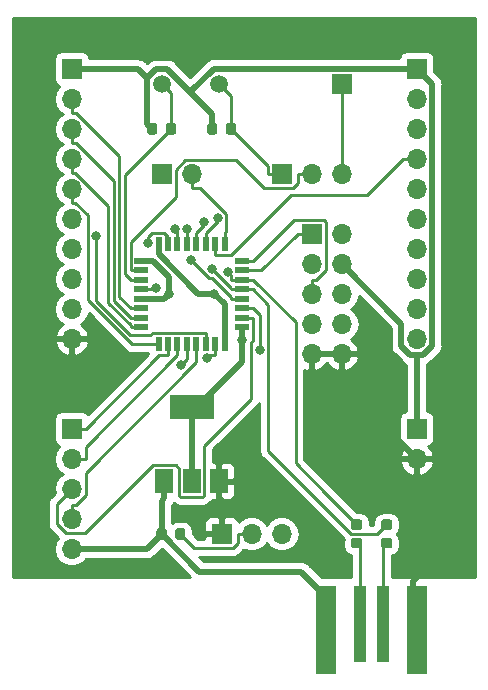
<source format=gbr>
G04 #@! TF.GenerationSoftware,KiCad,Pcbnew,(5.0.1-3-g963ef8bb5)*
G04 #@! TF.CreationDate,2019-11-01T03:39:26+09:00*
G04 #@! TF.ProjectId,DDAC8S,4444414338532E6B696361645F706362,rev?*
G04 #@! TF.SameCoordinates,Original*
G04 #@! TF.FileFunction,Copper,L1,Top,Signal*
G04 #@! TF.FilePolarity,Positive*
%FSLAX46Y46*%
G04 Gerber Fmt 4.6, Leading zero omitted, Abs format (unit mm)*
G04 Created by KiCad (PCBNEW (5.0.1-3-g963ef8bb5)) date 2019 November 01, Friday 03:39:26*
%MOMM*%
%LPD*%
G01*
G04 APERTURE LIST*
G04 #@! TA.AperFunction,Conductor*
%ADD10C,0.100000*%
G04 #@! TD*
G04 #@! TA.AperFunction,SMDPad,CuDef*
%ADD11C,0.875000*%
G04 #@! TD*
G04 #@! TA.AperFunction,SMDPad,CuDef*
%ADD12R,1.000000X6.410000*%
G04 #@! TD*
G04 #@! TA.AperFunction,SMDPad,CuDef*
%ADD13R,1.700000X7.410000*%
G04 #@! TD*
G04 #@! TA.AperFunction,SMDPad,CuDef*
%ADD14R,1.000000X1.000000*%
G04 #@! TD*
G04 #@! TA.AperFunction,ComponentPad*
%ADD15R,1.700000X1.700000*%
G04 #@! TD*
G04 #@! TA.AperFunction,ComponentPad*
%ADD16O,1.700000X1.700000*%
G04 #@! TD*
G04 #@! TA.AperFunction,SMDPad,CuDef*
%ADD17R,3.800000X2.000000*%
G04 #@! TD*
G04 #@! TA.AperFunction,SMDPad,CuDef*
%ADD18R,1.500000X2.000000*%
G04 #@! TD*
G04 #@! TA.AperFunction,SMDPad,CuDef*
%ADD19R,1.200000X0.600000*%
G04 #@! TD*
G04 #@! TA.AperFunction,SMDPad,CuDef*
%ADD20R,0.600000X1.200000*%
G04 #@! TD*
G04 #@! TA.AperFunction,ComponentPad*
%ADD21C,1.500000*%
G04 #@! TD*
G04 #@! TA.AperFunction,ViaPad*
%ADD22C,0.800000*%
G04 #@! TD*
G04 #@! TA.AperFunction,Conductor*
%ADD23C,0.500000*%
G04 #@! TD*
G04 #@! TA.AperFunction,Conductor*
%ADD24C,0.250000*%
G04 #@! TD*
G04 #@! TA.AperFunction,Conductor*
%ADD25C,0.254000*%
G04 #@! TD*
G04 APERTURE END LIST*
D10*
G04 #@! TO.N,GND*
G04 #@! TO.C,C2*
G36*
X159472691Y-96046053D02*
X159493926Y-96049203D01*
X159514750Y-96054419D01*
X159534962Y-96061651D01*
X159554368Y-96070830D01*
X159572781Y-96081866D01*
X159590024Y-96094654D01*
X159605930Y-96109070D01*
X159620346Y-96124976D01*
X159633134Y-96142219D01*
X159644170Y-96160632D01*
X159653349Y-96180038D01*
X159660581Y-96200250D01*
X159665797Y-96221074D01*
X159668947Y-96242309D01*
X159670000Y-96263750D01*
X159670000Y-96776250D01*
X159668947Y-96797691D01*
X159665797Y-96818926D01*
X159660581Y-96839750D01*
X159653349Y-96859962D01*
X159644170Y-96879368D01*
X159633134Y-96897781D01*
X159620346Y-96915024D01*
X159605930Y-96930930D01*
X159590024Y-96945346D01*
X159572781Y-96958134D01*
X159554368Y-96969170D01*
X159534962Y-96978349D01*
X159514750Y-96985581D01*
X159493926Y-96990797D01*
X159472691Y-96993947D01*
X159451250Y-96995000D01*
X159013750Y-96995000D01*
X158992309Y-96993947D01*
X158971074Y-96990797D01*
X158950250Y-96985581D01*
X158930038Y-96978349D01*
X158910632Y-96969170D01*
X158892219Y-96958134D01*
X158874976Y-96945346D01*
X158859070Y-96930930D01*
X158844654Y-96915024D01*
X158831866Y-96897781D01*
X158820830Y-96879368D01*
X158811651Y-96859962D01*
X158804419Y-96839750D01*
X158799203Y-96818926D01*
X158796053Y-96797691D01*
X158795000Y-96776250D01*
X158795000Y-96263750D01*
X158796053Y-96242309D01*
X158799203Y-96221074D01*
X158804419Y-96200250D01*
X158811651Y-96180038D01*
X158820830Y-96160632D01*
X158831866Y-96142219D01*
X158844654Y-96124976D01*
X158859070Y-96109070D01*
X158874976Y-96094654D01*
X158892219Y-96081866D01*
X158910632Y-96070830D01*
X158930038Y-96061651D01*
X158950250Y-96054419D01*
X158971074Y-96049203D01*
X158992309Y-96046053D01*
X159013750Y-96045000D01*
X159451250Y-96045000D01*
X159472691Y-96046053D01*
X159472691Y-96046053D01*
G37*
D11*
G04 #@! TD*
G04 #@! TO.P,C2,2*
G04 #@! TO.N,GND*
X159232500Y-96520000D03*
D10*
G04 #@! TO.N,/PF1*
G04 #@! TO.C,C2*
G36*
X161047691Y-96046053D02*
X161068926Y-96049203D01*
X161089750Y-96054419D01*
X161109962Y-96061651D01*
X161129368Y-96070830D01*
X161147781Y-96081866D01*
X161165024Y-96094654D01*
X161180930Y-96109070D01*
X161195346Y-96124976D01*
X161208134Y-96142219D01*
X161219170Y-96160632D01*
X161228349Y-96180038D01*
X161235581Y-96200250D01*
X161240797Y-96221074D01*
X161243947Y-96242309D01*
X161245000Y-96263750D01*
X161245000Y-96776250D01*
X161243947Y-96797691D01*
X161240797Y-96818926D01*
X161235581Y-96839750D01*
X161228349Y-96859962D01*
X161219170Y-96879368D01*
X161208134Y-96897781D01*
X161195346Y-96915024D01*
X161180930Y-96930930D01*
X161165024Y-96945346D01*
X161147781Y-96958134D01*
X161129368Y-96969170D01*
X161109962Y-96978349D01*
X161089750Y-96985581D01*
X161068926Y-96990797D01*
X161047691Y-96993947D01*
X161026250Y-96995000D01*
X160588750Y-96995000D01*
X160567309Y-96993947D01*
X160546074Y-96990797D01*
X160525250Y-96985581D01*
X160505038Y-96978349D01*
X160485632Y-96969170D01*
X160467219Y-96958134D01*
X160449976Y-96945346D01*
X160434070Y-96930930D01*
X160419654Y-96915024D01*
X160406866Y-96897781D01*
X160395830Y-96879368D01*
X160386651Y-96859962D01*
X160379419Y-96839750D01*
X160374203Y-96818926D01*
X160371053Y-96797691D01*
X160370000Y-96776250D01*
X160370000Y-96263750D01*
X160371053Y-96242309D01*
X160374203Y-96221074D01*
X160379419Y-96200250D01*
X160386651Y-96180038D01*
X160395830Y-96160632D01*
X160406866Y-96142219D01*
X160419654Y-96124976D01*
X160434070Y-96109070D01*
X160449976Y-96094654D01*
X160467219Y-96081866D01*
X160485632Y-96070830D01*
X160505038Y-96061651D01*
X160525250Y-96054419D01*
X160546074Y-96049203D01*
X160567309Y-96046053D01*
X160588750Y-96045000D01*
X161026250Y-96045000D01*
X161047691Y-96046053D01*
X161047691Y-96046053D01*
G37*
D11*
G04 #@! TD*
G04 #@! TO.P,C2,1*
G04 #@! TO.N,/PF1*
X160807500Y-96520000D03*
D10*
G04 #@! TO.N,/OSC*
G04 #@! TO.C,C3*
G36*
X166127691Y-96046053D02*
X166148926Y-96049203D01*
X166169750Y-96054419D01*
X166189962Y-96061651D01*
X166209368Y-96070830D01*
X166227781Y-96081866D01*
X166245024Y-96094654D01*
X166260930Y-96109070D01*
X166275346Y-96124976D01*
X166288134Y-96142219D01*
X166299170Y-96160632D01*
X166308349Y-96180038D01*
X166315581Y-96200250D01*
X166320797Y-96221074D01*
X166323947Y-96242309D01*
X166325000Y-96263750D01*
X166325000Y-96776250D01*
X166323947Y-96797691D01*
X166320797Y-96818926D01*
X166315581Y-96839750D01*
X166308349Y-96859962D01*
X166299170Y-96879368D01*
X166288134Y-96897781D01*
X166275346Y-96915024D01*
X166260930Y-96930930D01*
X166245024Y-96945346D01*
X166227781Y-96958134D01*
X166209368Y-96969170D01*
X166189962Y-96978349D01*
X166169750Y-96985581D01*
X166148926Y-96990797D01*
X166127691Y-96993947D01*
X166106250Y-96995000D01*
X165668750Y-96995000D01*
X165647309Y-96993947D01*
X165626074Y-96990797D01*
X165605250Y-96985581D01*
X165585038Y-96978349D01*
X165565632Y-96969170D01*
X165547219Y-96958134D01*
X165529976Y-96945346D01*
X165514070Y-96930930D01*
X165499654Y-96915024D01*
X165486866Y-96897781D01*
X165475830Y-96879368D01*
X165466651Y-96859962D01*
X165459419Y-96839750D01*
X165454203Y-96818926D01*
X165451053Y-96797691D01*
X165450000Y-96776250D01*
X165450000Y-96263750D01*
X165451053Y-96242309D01*
X165454203Y-96221074D01*
X165459419Y-96200250D01*
X165466651Y-96180038D01*
X165475830Y-96160632D01*
X165486866Y-96142219D01*
X165499654Y-96124976D01*
X165514070Y-96109070D01*
X165529976Y-96094654D01*
X165547219Y-96081866D01*
X165565632Y-96070830D01*
X165585038Y-96061651D01*
X165605250Y-96054419D01*
X165626074Y-96049203D01*
X165647309Y-96046053D01*
X165668750Y-96045000D01*
X166106250Y-96045000D01*
X166127691Y-96046053D01*
X166127691Y-96046053D01*
G37*
D11*
G04 #@! TD*
G04 #@! TO.P,C3,1*
G04 #@! TO.N,/OSC*
X165887500Y-96520000D03*
D10*
G04 #@! TO.N,GND*
G04 #@! TO.C,C3*
G36*
X164552691Y-96046053D02*
X164573926Y-96049203D01*
X164594750Y-96054419D01*
X164614962Y-96061651D01*
X164634368Y-96070830D01*
X164652781Y-96081866D01*
X164670024Y-96094654D01*
X164685930Y-96109070D01*
X164700346Y-96124976D01*
X164713134Y-96142219D01*
X164724170Y-96160632D01*
X164733349Y-96180038D01*
X164740581Y-96200250D01*
X164745797Y-96221074D01*
X164748947Y-96242309D01*
X164750000Y-96263750D01*
X164750000Y-96776250D01*
X164748947Y-96797691D01*
X164745797Y-96818926D01*
X164740581Y-96839750D01*
X164733349Y-96859962D01*
X164724170Y-96879368D01*
X164713134Y-96897781D01*
X164700346Y-96915024D01*
X164685930Y-96930930D01*
X164670024Y-96945346D01*
X164652781Y-96958134D01*
X164634368Y-96969170D01*
X164614962Y-96978349D01*
X164594750Y-96985581D01*
X164573926Y-96990797D01*
X164552691Y-96993947D01*
X164531250Y-96995000D01*
X164093750Y-96995000D01*
X164072309Y-96993947D01*
X164051074Y-96990797D01*
X164030250Y-96985581D01*
X164010038Y-96978349D01*
X163990632Y-96969170D01*
X163972219Y-96958134D01*
X163954976Y-96945346D01*
X163939070Y-96930930D01*
X163924654Y-96915024D01*
X163911866Y-96897781D01*
X163900830Y-96879368D01*
X163891651Y-96859962D01*
X163884419Y-96839750D01*
X163879203Y-96818926D01*
X163876053Y-96797691D01*
X163875000Y-96776250D01*
X163875000Y-96263750D01*
X163876053Y-96242309D01*
X163879203Y-96221074D01*
X163884419Y-96200250D01*
X163891651Y-96180038D01*
X163900830Y-96160632D01*
X163911866Y-96142219D01*
X163924654Y-96124976D01*
X163939070Y-96109070D01*
X163954976Y-96094654D01*
X163972219Y-96081866D01*
X163990632Y-96070830D01*
X164010038Y-96061651D01*
X164030250Y-96054419D01*
X164051074Y-96049203D01*
X164072309Y-96046053D01*
X164093750Y-96045000D01*
X164531250Y-96045000D01*
X164552691Y-96046053D01*
X164552691Y-96046053D01*
G37*
D11*
G04 #@! TD*
G04 #@! TO.P,C3,2*
G04 #@! TO.N,GND*
X164312500Y-96520000D03*
D12*
G04 #@! TO.P,J1,2*
G04 #@! TO.N,/D-*
X178800000Y-138430000D03*
G04 #@! TO.P,J1,3*
G04 #@! TO.N,/D+*
X176800000Y-138430000D03*
D13*
G04 #@! TO.P,J1,1*
G04 #@! TO.N,+5V*
X181650000Y-138930000D03*
G04 #@! TO.P,J1,4*
G04 #@! TO.N,GND*
X173950000Y-138930000D03*
D14*
G04 #@! TO.P,J1,5*
X174050000Y-137180000D03*
G04 #@! TD*
D15*
G04 #@! TO.P,J2,1*
G04 #@! TO.N,/SWDIO*
X172720000Y-105410000D03*
D16*
G04 #@! TO.P,J2,2*
G04 #@! TO.N,/~RST*
X175260000Y-105410000D03*
G04 #@! TO.P,J2,3*
G04 #@! TO.N,GND*
X172720000Y-107950000D03*
G04 #@! TO.P,J2,4*
X175260000Y-107950000D03*
G04 #@! TO.P,J2,5*
G04 #@! TO.N,/SWCLK*
X172720000Y-110490000D03*
G04 #@! TO.P,J2,6*
G04 #@! TO.N,N/C*
X175260000Y-110490000D03*
G04 #@! TO.P,J2,7*
X172720000Y-113030000D03*
G04 #@! TO.P,J2,8*
X175260000Y-113030000D03*
G04 #@! TO.P,J2,9*
G04 #@! TO.N,+5V*
X172720000Y-115570000D03*
G04 #@! TO.P,J2,10*
X175260000Y-115570000D03*
G04 #@! TD*
D15*
G04 #@! TO.P,J3,1*
G04 #@! TO.N,GND*
X152400000Y-91440000D03*
D16*
G04 #@! TO.P,J3,2*
G04 #@! TO.N,/PA0*
X152400000Y-93980000D03*
G04 #@! TO.P,J3,3*
G04 #@! TO.N,/PA1*
X152400000Y-96520000D03*
G04 #@! TO.P,J3,4*
G04 #@! TO.N,/PA2*
X152400000Y-99060000D03*
G04 #@! TO.P,J3,5*
G04 #@! TO.N,/PA3*
X152400000Y-101600000D03*
G04 #@! TO.P,J3,6*
G04 #@! TO.N,/PA9*
X152400000Y-104140000D03*
G04 #@! TO.P,J3,7*
G04 #@! TO.N,/PA10*
X152400000Y-106680000D03*
G04 #@! TO.P,J3,8*
G04 #@! TO.N,/PA11*
X152400000Y-109220000D03*
G04 #@! TO.P,J3,9*
G04 #@! TO.N,/PA12*
X152400000Y-111760000D03*
G04 #@! TO.P,J3,10*
G04 #@! TO.N,+5V*
X152400000Y-114300000D03*
G04 #@! TD*
G04 #@! TO.P,J4,10*
G04 #@! TO.N,+5V*
X181610000Y-114300000D03*
G04 #@! TO.P,J4,9*
G04 #@! TO.N,/PB8*
X181610000Y-111760000D03*
G04 #@! TO.P,J4,8*
G04 #@! TO.N,/PB7*
X181610000Y-109220000D03*
G04 #@! TO.P,J4,7*
G04 #@! TO.N,/PB6*
X181610000Y-106680000D03*
G04 #@! TO.P,J4,6*
G04 #@! TO.N,/PB5*
X181610000Y-104140000D03*
G04 #@! TO.P,J4,5*
G04 #@! TO.N,/PB4*
X181610000Y-101600000D03*
G04 #@! TO.P,J4,4*
G04 #@! TO.N,/PB3*
X181610000Y-99060000D03*
G04 #@! TO.P,J4,3*
G04 #@! TO.N,/PB1*
X181610000Y-96520000D03*
G04 #@! TO.P,J4,2*
G04 #@! TO.N,/PB0*
X181610000Y-93980000D03*
D15*
G04 #@! TO.P,J4,1*
G04 #@! TO.N,GND*
X181610000Y-91440000D03*
G04 #@! TD*
G04 #@! TO.P,J5,1*
G04 #@! TO.N,GND*
X181610000Y-121920000D03*
D16*
G04 #@! TO.P,J5,2*
G04 #@! TO.N,+5V*
X181610000Y-124460000D03*
G04 #@! TD*
D15*
G04 #@! TO.P,J6,1*
G04 #@! TO.N,+5V*
X165100000Y-130810000D03*
D16*
G04 #@! TO.P,J6,2*
G04 #@! TO.N,/PB8*
X167640000Y-130810000D03*
G04 #@! TO.P,J6,3*
G04 #@! TO.N,N/C*
X170180000Y-130810000D03*
G04 #@! TD*
D15*
G04 #@! TO.P,J7,1*
G04 #@! TO.N,/WS*
X152400000Y-121920000D03*
D16*
G04 #@! TO.P,J7,2*
G04 #@! TO.N,/CK*
X152400000Y-124460000D03*
G04 #@! TO.P,J7,3*
G04 #@! TO.N,/MC0*
X152400000Y-127000000D03*
G04 #@! TO.P,J7,4*
G04 #@! TO.N,/SD*
X152400000Y-129540000D03*
G04 #@! TO.P,J7,5*
G04 #@! TO.N,GND*
X152400000Y-132080000D03*
G04 #@! TD*
D15*
G04 #@! TO.P,J8,1*
G04 #@! TO.N,/EXT_CLK*
X175260000Y-92710000D03*
G04 #@! TD*
D16*
G04 #@! TO.P,J9,3*
G04 #@! TO.N,/EXT_CLK*
X175260000Y-100330000D03*
G04 #@! TO.P,J9,2*
G04 #@! TO.N,/PF0*
X172720000Y-100330000D03*
D15*
G04 #@! TO.P,J9,1*
G04 #@! TO.N,/OSC*
X170180000Y-100330000D03*
G04 #@! TD*
D16*
G04 #@! TO.P,J10,2*
G04 #@! TO.N,/PA15*
X162560000Y-100330000D03*
D15*
G04 #@! TO.P,J10,1*
G04 #@! TO.N,/MCK*
X160020000Y-100330000D03*
G04 #@! TD*
D10*
G04 #@! TO.N,/PB8*
G04 #@! TO.C,R1*
G36*
X161835691Y-130336053D02*
X161856926Y-130339203D01*
X161877750Y-130344419D01*
X161897962Y-130351651D01*
X161917368Y-130360830D01*
X161935781Y-130371866D01*
X161953024Y-130384654D01*
X161968930Y-130399070D01*
X161983346Y-130414976D01*
X161996134Y-130432219D01*
X162007170Y-130450632D01*
X162016349Y-130470038D01*
X162023581Y-130490250D01*
X162028797Y-130511074D01*
X162031947Y-130532309D01*
X162033000Y-130553750D01*
X162033000Y-131066250D01*
X162031947Y-131087691D01*
X162028797Y-131108926D01*
X162023581Y-131129750D01*
X162016349Y-131149962D01*
X162007170Y-131169368D01*
X161996134Y-131187781D01*
X161983346Y-131205024D01*
X161968930Y-131220930D01*
X161953024Y-131235346D01*
X161935781Y-131248134D01*
X161917368Y-131259170D01*
X161897962Y-131268349D01*
X161877750Y-131275581D01*
X161856926Y-131280797D01*
X161835691Y-131283947D01*
X161814250Y-131285000D01*
X161376750Y-131285000D01*
X161355309Y-131283947D01*
X161334074Y-131280797D01*
X161313250Y-131275581D01*
X161293038Y-131268349D01*
X161273632Y-131259170D01*
X161255219Y-131248134D01*
X161237976Y-131235346D01*
X161222070Y-131220930D01*
X161207654Y-131205024D01*
X161194866Y-131187781D01*
X161183830Y-131169368D01*
X161174651Y-131149962D01*
X161167419Y-131129750D01*
X161162203Y-131108926D01*
X161159053Y-131087691D01*
X161158000Y-131066250D01*
X161158000Y-130553750D01*
X161159053Y-130532309D01*
X161162203Y-130511074D01*
X161167419Y-130490250D01*
X161174651Y-130470038D01*
X161183830Y-130450632D01*
X161194866Y-130432219D01*
X161207654Y-130414976D01*
X161222070Y-130399070D01*
X161237976Y-130384654D01*
X161255219Y-130371866D01*
X161273632Y-130360830D01*
X161293038Y-130351651D01*
X161313250Y-130344419D01*
X161334074Y-130339203D01*
X161355309Y-130336053D01*
X161376750Y-130335000D01*
X161814250Y-130335000D01*
X161835691Y-130336053D01*
X161835691Y-130336053D01*
G37*
D11*
G04 #@! TD*
G04 #@! TO.P,R1,1*
G04 #@! TO.N,/PB8*
X161595500Y-130810000D03*
D10*
G04 #@! TO.N,GND*
G04 #@! TO.C,R1*
G36*
X160260691Y-130336053D02*
X160281926Y-130339203D01*
X160302750Y-130344419D01*
X160322962Y-130351651D01*
X160342368Y-130360830D01*
X160360781Y-130371866D01*
X160378024Y-130384654D01*
X160393930Y-130399070D01*
X160408346Y-130414976D01*
X160421134Y-130432219D01*
X160432170Y-130450632D01*
X160441349Y-130470038D01*
X160448581Y-130490250D01*
X160453797Y-130511074D01*
X160456947Y-130532309D01*
X160458000Y-130553750D01*
X160458000Y-131066250D01*
X160456947Y-131087691D01*
X160453797Y-131108926D01*
X160448581Y-131129750D01*
X160441349Y-131149962D01*
X160432170Y-131169368D01*
X160421134Y-131187781D01*
X160408346Y-131205024D01*
X160393930Y-131220930D01*
X160378024Y-131235346D01*
X160360781Y-131248134D01*
X160342368Y-131259170D01*
X160322962Y-131268349D01*
X160302750Y-131275581D01*
X160281926Y-131280797D01*
X160260691Y-131283947D01*
X160239250Y-131285000D01*
X159801750Y-131285000D01*
X159780309Y-131283947D01*
X159759074Y-131280797D01*
X159738250Y-131275581D01*
X159718038Y-131268349D01*
X159698632Y-131259170D01*
X159680219Y-131248134D01*
X159662976Y-131235346D01*
X159647070Y-131220930D01*
X159632654Y-131205024D01*
X159619866Y-131187781D01*
X159608830Y-131169368D01*
X159599651Y-131149962D01*
X159592419Y-131129750D01*
X159587203Y-131108926D01*
X159584053Y-131087691D01*
X159583000Y-131066250D01*
X159583000Y-130553750D01*
X159584053Y-130532309D01*
X159587203Y-130511074D01*
X159592419Y-130490250D01*
X159599651Y-130470038D01*
X159608830Y-130450632D01*
X159619866Y-130432219D01*
X159632654Y-130414976D01*
X159647070Y-130399070D01*
X159662976Y-130384654D01*
X159680219Y-130371866D01*
X159698632Y-130360830D01*
X159718038Y-130351651D01*
X159738250Y-130344419D01*
X159759074Y-130339203D01*
X159780309Y-130336053D01*
X159801750Y-130335000D01*
X160239250Y-130335000D01*
X160260691Y-130336053D01*
X160260691Y-130336053D01*
G37*
D11*
G04 #@! TD*
G04 #@! TO.P,R1,2*
G04 #@! TO.N,GND*
X160020500Y-130810000D03*
D10*
G04 #@! TO.N,/D-*
G04 #@! TO.C,R2*
G36*
X179347691Y-131161053D02*
X179368926Y-131164203D01*
X179389750Y-131169419D01*
X179409962Y-131176651D01*
X179429368Y-131185830D01*
X179447781Y-131196866D01*
X179465024Y-131209654D01*
X179480930Y-131224070D01*
X179495346Y-131239976D01*
X179508134Y-131257219D01*
X179519170Y-131275632D01*
X179528349Y-131295038D01*
X179535581Y-131315250D01*
X179540797Y-131336074D01*
X179543947Y-131357309D01*
X179545000Y-131378750D01*
X179545000Y-131816250D01*
X179543947Y-131837691D01*
X179540797Y-131858926D01*
X179535581Y-131879750D01*
X179528349Y-131899962D01*
X179519170Y-131919368D01*
X179508134Y-131937781D01*
X179495346Y-131955024D01*
X179480930Y-131970930D01*
X179465024Y-131985346D01*
X179447781Y-131998134D01*
X179429368Y-132009170D01*
X179409962Y-132018349D01*
X179389750Y-132025581D01*
X179368926Y-132030797D01*
X179347691Y-132033947D01*
X179326250Y-132035000D01*
X178813750Y-132035000D01*
X178792309Y-132033947D01*
X178771074Y-132030797D01*
X178750250Y-132025581D01*
X178730038Y-132018349D01*
X178710632Y-132009170D01*
X178692219Y-131998134D01*
X178674976Y-131985346D01*
X178659070Y-131970930D01*
X178644654Y-131955024D01*
X178631866Y-131937781D01*
X178620830Y-131919368D01*
X178611651Y-131899962D01*
X178604419Y-131879750D01*
X178599203Y-131858926D01*
X178596053Y-131837691D01*
X178595000Y-131816250D01*
X178595000Y-131378750D01*
X178596053Y-131357309D01*
X178599203Y-131336074D01*
X178604419Y-131315250D01*
X178611651Y-131295038D01*
X178620830Y-131275632D01*
X178631866Y-131257219D01*
X178644654Y-131239976D01*
X178659070Y-131224070D01*
X178674976Y-131209654D01*
X178692219Y-131196866D01*
X178710632Y-131185830D01*
X178730038Y-131176651D01*
X178750250Y-131169419D01*
X178771074Y-131164203D01*
X178792309Y-131161053D01*
X178813750Y-131160000D01*
X179326250Y-131160000D01*
X179347691Y-131161053D01*
X179347691Y-131161053D01*
G37*
D11*
G04 #@! TD*
G04 #@! TO.P,R2,1*
G04 #@! TO.N,/D-*
X179070000Y-131597500D03*
D10*
G04 #@! TO.N,/PA11*
G04 #@! TO.C,R2*
G36*
X179347691Y-129586053D02*
X179368926Y-129589203D01*
X179389750Y-129594419D01*
X179409962Y-129601651D01*
X179429368Y-129610830D01*
X179447781Y-129621866D01*
X179465024Y-129634654D01*
X179480930Y-129649070D01*
X179495346Y-129664976D01*
X179508134Y-129682219D01*
X179519170Y-129700632D01*
X179528349Y-129720038D01*
X179535581Y-129740250D01*
X179540797Y-129761074D01*
X179543947Y-129782309D01*
X179545000Y-129803750D01*
X179545000Y-130241250D01*
X179543947Y-130262691D01*
X179540797Y-130283926D01*
X179535581Y-130304750D01*
X179528349Y-130324962D01*
X179519170Y-130344368D01*
X179508134Y-130362781D01*
X179495346Y-130380024D01*
X179480930Y-130395930D01*
X179465024Y-130410346D01*
X179447781Y-130423134D01*
X179429368Y-130434170D01*
X179409962Y-130443349D01*
X179389750Y-130450581D01*
X179368926Y-130455797D01*
X179347691Y-130458947D01*
X179326250Y-130460000D01*
X178813750Y-130460000D01*
X178792309Y-130458947D01*
X178771074Y-130455797D01*
X178750250Y-130450581D01*
X178730038Y-130443349D01*
X178710632Y-130434170D01*
X178692219Y-130423134D01*
X178674976Y-130410346D01*
X178659070Y-130395930D01*
X178644654Y-130380024D01*
X178631866Y-130362781D01*
X178620830Y-130344368D01*
X178611651Y-130324962D01*
X178604419Y-130304750D01*
X178599203Y-130283926D01*
X178596053Y-130262691D01*
X178595000Y-130241250D01*
X178595000Y-129803750D01*
X178596053Y-129782309D01*
X178599203Y-129761074D01*
X178604419Y-129740250D01*
X178611651Y-129720038D01*
X178620830Y-129700632D01*
X178631866Y-129682219D01*
X178644654Y-129664976D01*
X178659070Y-129649070D01*
X178674976Y-129634654D01*
X178692219Y-129621866D01*
X178710632Y-129610830D01*
X178730038Y-129601651D01*
X178750250Y-129594419D01*
X178771074Y-129589203D01*
X178792309Y-129586053D01*
X178813750Y-129585000D01*
X179326250Y-129585000D01*
X179347691Y-129586053D01*
X179347691Y-129586053D01*
G37*
D11*
G04 #@! TD*
G04 #@! TO.P,R2,2*
G04 #@! TO.N,/PA11*
X179070000Y-130022500D03*
D10*
G04 #@! TO.N,/PA12*
G04 #@! TO.C,R3*
G36*
X176807691Y-129586053D02*
X176828926Y-129589203D01*
X176849750Y-129594419D01*
X176869962Y-129601651D01*
X176889368Y-129610830D01*
X176907781Y-129621866D01*
X176925024Y-129634654D01*
X176940930Y-129649070D01*
X176955346Y-129664976D01*
X176968134Y-129682219D01*
X176979170Y-129700632D01*
X176988349Y-129720038D01*
X176995581Y-129740250D01*
X177000797Y-129761074D01*
X177003947Y-129782309D01*
X177005000Y-129803750D01*
X177005000Y-130241250D01*
X177003947Y-130262691D01*
X177000797Y-130283926D01*
X176995581Y-130304750D01*
X176988349Y-130324962D01*
X176979170Y-130344368D01*
X176968134Y-130362781D01*
X176955346Y-130380024D01*
X176940930Y-130395930D01*
X176925024Y-130410346D01*
X176907781Y-130423134D01*
X176889368Y-130434170D01*
X176869962Y-130443349D01*
X176849750Y-130450581D01*
X176828926Y-130455797D01*
X176807691Y-130458947D01*
X176786250Y-130460000D01*
X176273750Y-130460000D01*
X176252309Y-130458947D01*
X176231074Y-130455797D01*
X176210250Y-130450581D01*
X176190038Y-130443349D01*
X176170632Y-130434170D01*
X176152219Y-130423134D01*
X176134976Y-130410346D01*
X176119070Y-130395930D01*
X176104654Y-130380024D01*
X176091866Y-130362781D01*
X176080830Y-130344368D01*
X176071651Y-130324962D01*
X176064419Y-130304750D01*
X176059203Y-130283926D01*
X176056053Y-130262691D01*
X176055000Y-130241250D01*
X176055000Y-129803750D01*
X176056053Y-129782309D01*
X176059203Y-129761074D01*
X176064419Y-129740250D01*
X176071651Y-129720038D01*
X176080830Y-129700632D01*
X176091866Y-129682219D01*
X176104654Y-129664976D01*
X176119070Y-129649070D01*
X176134976Y-129634654D01*
X176152219Y-129621866D01*
X176170632Y-129610830D01*
X176190038Y-129601651D01*
X176210250Y-129594419D01*
X176231074Y-129589203D01*
X176252309Y-129586053D01*
X176273750Y-129585000D01*
X176786250Y-129585000D01*
X176807691Y-129586053D01*
X176807691Y-129586053D01*
G37*
D11*
G04 #@! TD*
G04 #@! TO.P,R3,2*
G04 #@! TO.N,/PA12*
X176530000Y-130022500D03*
D10*
G04 #@! TO.N,/D+*
G04 #@! TO.C,R3*
G36*
X176807691Y-131161053D02*
X176828926Y-131164203D01*
X176849750Y-131169419D01*
X176869962Y-131176651D01*
X176889368Y-131185830D01*
X176907781Y-131196866D01*
X176925024Y-131209654D01*
X176940930Y-131224070D01*
X176955346Y-131239976D01*
X176968134Y-131257219D01*
X176979170Y-131275632D01*
X176988349Y-131295038D01*
X176995581Y-131315250D01*
X177000797Y-131336074D01*
X177003947Y-131357309D01*
X177005000Y-131378750D01*
X177005000Y-131816250D01*
X177003947Y-131837691D01*
X177000797Y-131858926D01*
X176995581Y-131879750D01*
X176988349Y-131899962D01*
X176979170Y-131919368D01*
X176968134Y-131937781D01*
X176955346Y-131955024D01*
X176940930Y-131970930D01*
X176925024Y-131985346D01*
X176907781Y-131998134D01*
X176889368Y-132009170D01*
X176869962Y-132018349D01*
X176849750Y-132025581D01*
X176828926Y-132030797D01*
X176807691Y-132033947D01*
X176786250Y-132035000D01*
X176273750Y-132035000D01*
X176252309Y-132033947D01*
X176231074Y-132030797D01*
X176210250Y-132025581D01*
X176190038Y-132018349D01*
X176170632Y-132009170D01*
X176152219Y-131998134D01*
X176134976Y-131985346D01*
X176119070Y-131970930D01*
X176104654Y-131955024D01*
X176091866Y-131937781D01*
X176080830Y-131919368D01*
X176071651Y-131899962D01*
X176064419Y-131879750D01*
X176059203Y-131858926D01*
X176056053Y-131837691D01*
X176055000Y-131816250D01*
X176055000Y-131378750D01*
X176056053Y-131357309D01*
X176059203Y-131336074D01*
X176064419Y-131315250D01*
X176071651Y-131295038D01*
X176080830Y-131275632D01*
X176091866Y-131257219D01*
X176104654Y-131239976D01*
X176119070Y-131224070D01*
X176134976Y-131209654D01*
X176152219Y-131196866D01*
X176170632Y-131185830D01*
X176190038Y-131176651D01*
X176210250Y-131169419D01*
X176231074Y-131164203D01*
X176252309Y-131161053D01*
X176273750Y-131160000D01*
X176786250Y-131160000D01*
X176807691Y-131161053D01*
X176807691Y-131161053D01*
G37*
D11*
G04 #@! TD*
G04 #@! TO.P,R3,1*
G04 #@! TO.N,/D+*
X176530000Y-131597500D03*
D17*
G04 #@! TO.P,U1,2*
G04 #@! TO.N,+3V3*
X162560000Y-120040000D03*
D18*
X162560000Y-126340000D03*
G04 #@! TO.P,U1,3*
G04 #@! TO.N,+5V*
X164860000Y-126340000D03*
G04 #@! TO.P,U1,1*
G04 #@! TO.N,GND*
X160260000Y-126340000D03*
G04 #@! TD*
D19*
G04 #@! TO.P,U2,1*
G04 #@! TO.N,+3V3*
X158310000Y-107690000D03*
G04 #@! TO.P,U2,2*
G04 #@! TO.N,/PF0*
X158310000Y-108490000D03*
G04 #@! TO.P,U2,3*
G04 #@! TO.N,/PF1*
X158310000Y-109290000D03*
G04 #@! TO.P,U2,4*
G04 #@! TO.N,/~RST*
X158310000Y-110090000D03*
G04 #@! TO.P,U2,5*
G04 #@! TO.N,+3V3*
X158310000Y-110890000D03*
G04 #@! TO.P,U2,6*
G04 #@! TO.N,/PA0*
X158310000Y-111690000D03*
G04 #@! TO.P,U2,7*
G04 #@! TO.N,/PA1*
X158310000Y-112490000D03*
G04 #@! TO.P,U2,8*
G04 #@! TO.N,/PA2*
X158310000Y-113290000D03*
D20*
G04 #@! TO.P,U2,9*
G04 #@! TO.N,/PA3*
X159760000Y-114740000D03*
G04 #@! TO.P,U2,10*
G04 #@! TO.N,/WS*
X160560000Y-114740000D03*
G04 #@! TO.P,U2,11*
G04 #@! TO.N,/CK*
X161360000Y-114740000D03*
G04 #@! TO.P,U2,12*
G04 #@! TO.N,/MCK*
X162160000Y-114740000D03*
G04 #@! TO.P,U2,13*
G04 #@! TO.N,/SD*
X162960000Y-114740000D03*
G04 #@! TO.P,U2,14*
G04 #@! TO.N,/PB0*
X163760000Y-114740000D03*
G04 #@! TO.P,U2,15*
G04 #@! TO.N,/PB1*
X164560000Y-114740000D03*
G04 #@! TO.P,U2,16*
G04 #@! TO.N,GND*
X165360000Y-114740000D03*
D19*
G04 #@! TO.P,U2,17*
G04 #@! TO.N,+3V3*
X166810000Y-113290000D03*
G04 #@! TO.P,U2,18*
G04 #@! TO.N,/MC0*
X166810000Y-112490000D03*
G04 #@! TO.P,U2,19*
G04 #@! TO.N,/PA9*
X166810000Y-111690000D03*
G04 #@! TO.P,U2,20*
G04 #@! TO.N,/PA10*
X166810000Y-110890000D03*
G04 #@! TO.P,U2,21*
G04 #@! TO.N,/PA11*
X166810000Y-110090000D03*
G04 #@! TO.P,U2,22*
G04 #@! TO.N,/PA12*
X166810000Y-109290000D03*
G04 #@! TO.P,U2,23*
G04 #@! TO.N,/SWDIO*
X166810000Y-108490000D03*
G04 #@! TO.P,U2,24*
G04 #@! TO.N,/SWCLK*
X166810000Y-107690000D03*
D20*
G04 #@! TO.P,U2,25*
G04 #@! TO.N,/PA15*
X165360000Y-106240000D03*
G04 #@! TO.P,U2,26*
G04 #@! TO.N,/PB3*
X164560000Y-106240000D03*
G04 #@! TO.P,U2,27*
G04 #@! TO.N,/PB4*
X163760000Y-106240000D03*
G04 #@! TO.P,U2,28*
G04 #@! TO.N,/PB5*
X162960000Y-106240000D03*
G04 #@! TO.P,U2,29*
G04 #@! TO.N,/PB6*
X162160000Y-106240000D03*
G04 #@! TO.P,U2,30*
G04 #@! TO.N,/PB7*
X161360000Y-106240000D03*
G04 #@! TO.P,U2,31*
G04 #@! TO.N,/PB8*
X160560000Y-106240000D03*
G04 #@! TO.P,U2,32*
G04 #@! TO.N,GND*
X159760000Y-106240000D03*
G04 #@! TD*
D21*
G04 #@! TO.P,Y1,1*
G04 #@! TO.N,/PF1*
X160020000Y-92710000D03*
G04 #@! TO.P,Y1,2*
G04 #@! TO.N,/OSC*
X164900000Y-92710000D03*
G04 #@! TD*
D22*
G04 #@! TO.N,+3V3*
X160655000Y-110490000D03*
X166810000Y-114365000D03*
G04 #@! TO.N,GND*
X164465000Y-110490000D03*
G04 #@! TO.N,+5V*
X154667200Y-118007800D03*
G04 #@! TO.N,/~RST*
X159520000Y-109991000D03*
G04 #@! TO.N,/PA9*
X168327000Y-115244000D03*
G04 #@! TO.N,/PA10*
X162498000Y-107627000D03*
G04 #@! TO.N,/PA11*
X164303000Y-108413000D03*
G04 #@! TO.N,/PA12*
X165602000Y-108662000D03*
G04 #@! TO.N,/PB8*
X158826000Y-106217000D03*
G04 #@! TO.N,/PB7*
X161170000Y-104981000D03*
G04 #@! TO.N,/PB6*
X162186000Y-104962000D03*
G04 #@! TO.N,/PB5*
X163610000Y-104402000D03*
G04 #@! TO.N,/PB4*
X164764000Y-104063000D03*
G04 #@! TO.N,/PB1*
X163841000Y-115958000D03*
G04 #@! TO.N,/PB0*
X154470000Y-105555000D03*
G04 #@! TO.N,/MCK*
X161690000Y-116482000D03*
G04 #@! TD*
D23*
G04 #@! TO.N,+3V3*
X160655000Y-110490000D02*
X160255000Y-110890000D01*
X160255000Y-110890000D02*
X158310000Y-110890000D01*
X160655000Y-110490000D02*
X160655000Y-109035000D01*
X160655000Y-109035000D02*
X159310000Y-107690000D01*
X159310000Y-107690000D02*
X158310000Y-107690000D01*
X162560000Y-120040000D02*
X162985000Y-120040000D01*
X162985000Y-120040000D02*
X162560000Y-120465000D01*
X162560000Y-120465000D02*
X162560000Y-126340000D01*
X166810000Y-113290000D02*
X166810000Y-114365000D01*
X166810000Y-114365000D02*
X166810000Y-116215000D01*
X166810000Y-116215000D02*
X162985000Y-120040000D01*
G04 #@! TO.N,GND*
X160020300Y-130810200D02*
X160020000Y-130810000D01*
X174050000Y-137180000D02*
X174050000Y-136230000D01*
X174050000Y-136230000D02*
X171820000Y-133999000D01*
X171820000Y-133999000D02*
X163210000Y-133999000D01*
X163210000Y-133999000D02*
X160020300Y-130810200D01*
X160020500Y-130810000D02*
X160020300Y-130810200D01*
X164312500Y-96520000D02*
X164312000Y-96520000D01*
X159232500Y-96520000D02*
X159232000Y-96520000D01*
X181610000Y-115638000D02*
X181041000Y-115638000D01*
X181041000Y-115638000D02*
X180310000Y-114907000D01*
X180310000Y-114907000D02*
X180310000Y-113000000D01*
X180310000Y-113000000D02*
X175260000Y-107950000D01*
X181610000Y-121920000D02*
X181610000Y-115638000D01*
X164465000Y-110490000D02*
X165360000Y-111385000D01*
X165360000Y-111385000D02*
X165360000Y-114740000D01*
X164465000Y-110490000D02*
X163100000Y-110490000D01*
X163100000Y-110490000D02*
X159760000Y-107150000D01*
X159760000Y-107150000D02*
X159760000Y-106240000D01*
X174050000Y-137180000D02*
X174050000Y-138130000D01*
X174050000Y-138130000D02*
X174300000Y-138380000D01*
X174300000Y-138380000D02*
X174300000Y-138430000D01*
X160260000Y-126340000D02*
X160260000Y-127790000D01*
X160260000Y-127790000D02*
X160020000Y-128030000D01*
X160020000Y-128030000D02*
X160020000Y-130810000D01*
X152400000Y-132080000D02*
X158750000Y-132080000D01*
X158750000Y-132080000D02*
X160020000Y-130810000D01*
X181610000Y-91440000D02*
X180310000Y-91440000D01*
X180310000Y-91440000D02*
X180279000Y-91409600D01*
X180279000Y-91409600D02*
X164413000Y-91409600D01*
X164413000Y-91409600D02*
X162439000Y-93383000D01*
X181610000Y-115638000D02*
X182132000Y-115638000D01*
X182132000Y-115638000D02*
X182910000Y-114860000D01*
X182910000Y-114860000D02*
X182910000Y-92740500D01*
X182910000Y-92740500D02*
X181610000Y-91440000D01*
X164312000Y-96520000D02*
X164312000Y-95256300D01*
X164312000Y-95256300D02*
X162439000Y-93383000D01*
X152400000Y-91440000D02*
X158049000Y-91440000D01*
X158049000Y-91440000D02*
X158820000Y-92210200D01*
X162439000Y-93383000D02*
X160503000Y-91446600D01*
X160503000Y-91446600D02*
X159583000Y-91446600D01*
X159583000Y-91446600D02*
X158820000Y-92210200D01*
X158820000Y-92210200D02*
X158820000Y-96107100D01*
X158820000Y-96107100D02*
X159232000Y-96520000D01*
D24*
G04 #@! TO.N,/PF1*
X160808000Y-96520000D02*
X156934000Y-100393000D01*
X156934000Y-100393000D02*
X156934000Y-108840000D01*
X156934000Y-108840000D02*
X157385000Y-109290000D01*
X157385000Y-109290000D02*
X158310000Y-109290000D01*
X160020000Y-92710000D02*
X160808000Y-93497500D01*
X160808000Y-93497500D02*
X160808000Y-96520000D01*
X160807500Y-96520000D02*
X160808000Y-96520000D01*
G04 #@! TO.N,/OSC*
X165888000Y-95108700D02*
X165887500Y-95109200D01*
X165887500Y-95109200D02*
X165887500Y-96520000D01*
X165888000Y-95108700D02*
X165888000Y-96520000D01*
X165888000Y-96520000D02*
X169005000Y-99637200D01*
X169005000Y-99637200D02*
X169005000Y-100330000D01*
X169005000Y-100330000D02*
X170180000Y-100330000D01*
X164900000Y-92710000D02*
X165888000Y-93697500D01*
X165888000Y-93697500D02*
X165888000Y-95108700D01*
G04 #@! TO.N,/D-*
X179070000Y-131598000D02*
X179070000Y-131597500D01*
X178800000Y-138430000D02*
X178800000Y-131868000D01*
X178800000Y-131868000D02*
X179070000Y-131598000D01*
G04 #@! TO.N,/D+*
X176530000Y-131598000D02*
X176530000Y-131597500D01*
X176800000Y-138430000D02*
X176800000Y-131868000D01*
X176800000Y-131868000D02*
X176530000Y-131598000D01*
D23*
G04 #@! TO.N,+5V*
X154667200Y-118007800D02*
X152400000Y-115740600D01*
X152400000Y-115740600D02*
X152400000Y-114300000D01*
X181610000Y-124460000D02*
X181610000Y-134465000D01*
X181610000Y-134465000D02*
X181300000Y-134775000D01*
X181300000Y-134775000D02*
X181300000Y-138430000D01*
X172720000Y-115570000D02*
X175260000Y-115570000D01*
X175260000Y-115570000D02*
X175260000Y-118110000D01*
X175260000Y-118110000D02*
X181610000Y-124460000D01*
X164860000Y-126340000D02*
X164860000Y-127790000D01*
X164860000Y-127790000D02*
X165100000Y-128030000D01*
X165100000Y-128030000D02*
X165100000Y-130810000D01*
D24*
G04 #@! TO.N,/SWDIO*
X166810000Y-108490000D02*
X168465000Y-108490000D01*
X168465000Y-108490000D02*
X171545000Y-105410000D01*
X171545000Y-105410000D02*
X172720000Y-105410000D01*
G04 #@! TO.N,/~RST*
X158310000Y-110090000D02*
X159421000Y-110090000D01*
X159421000Y-110090000D02*
X159520000Y-109991000D01*
G04 #@! TO.N,/SWCLK*
X166810000Y-107690000D02*
X167735000Y-107690000D01*
X167735000Y-107690000D02*
X171191000Y-104235000D01*
X171191000Y-104235000D02*
X173751000Y-104235000D01*
X173751000Y-104235000D02*
X173895000Y-104379000D01*
X173895000Y-104379000D02*
X173895000Y-108507000D01*
X173895000Y-108507000D02*
X173087000Y-109315000D01*
X173087000Y-109315000D02*
X172720000Y-109315000D01*
X172720000Y-109315000D02*
X172720000Y-110490000D01*
G04 #@! TO.N,/PA0*
X158310000Y-111690000D02*
X157385000Y-111690000D01*
X157385000Y-111690000D02*
X156438000Y-110744000D01*
X156438000Y-110744000D02*
X156438000Y-98826500D01*
X156438000Y-98826500D02*
X152767000Y-95155300D01*
X152767000Y-95155300D02*
X152400000Y-95155300D01*
X152400000Y-95155300D02*
X152400000Y-93980000D01*
G04 #@! TO.N,/PA1*
X158310000Y-112490000D02*
X157385000Y-112490000D01*
X157385000Y-112490000D02*
X155966000Y-111072000D01*
X155966000Y-111072000D02*
X155966000Y-100894000D01*
X155966000Y-100894000D02*
X152767000Y-97695300D01*
X152767000Y-97695300D02*
X152400000Y-97695300D01*
X152400000Y-97695300D02*
X152400000Y-96520000D01*
G04 #@! TO.N,/PA2*
X158310000Y-113290000D02*
X157385000Y-113290000D01*
X157385000Y-113290000D02*
X157385000Y-113127000D01*
X157385000Y-113127000D02*
X155516000Y-111258000D01*
X155516000Y-111258000D02*
X155516000Y-103040000D01*
X155516000Y-103040000D02*
X152711000Y-100235000D01*
X152711000Y-100235000D02*
X152400000Y-100235000D01*
X152400000Y-100235000D02*
X152400000Y-99060000D01*
G04 #@! TO.N,/PA3*
X152400000Y-101600000D02*
X152400000Y-102775000D01*
X152400000Y-102775000D02*
X152727000Y-102775000D01*
X152727000Y-102775000D02*
X153745000Y-103793000D01*
X153745000Y-103793000D02*
X153745000Y-110975000D01*
X153745000Y-110975000D02*
X157510000Y-114740000D01*
X157510000Y-114740000D02*
X159760000Y-114740000D01*
G04 #@! TO.N,/PA9*
X166810000Y-111690000D02*
X167735000Y-111690000D01*
X167735000Y-111690000D02*
X168327000Y-112281000D01*
X168327000Y-112281000D02*
X168327000Y-115244000D01*
G04 #@! TO.N,/PA10*
X166810000Y-110890000D02*
X165885000Y-110890000D01*
X165885000Y-110890000D02*
X165885000Y-110759000D01*
X165885000Y-110759000D02*
X164264000Y-109138000D01*
X164264000Y-109138000D02*
X164002000Y-109138000D01*
X164002000Y-109138000D02*
X162498000Y-107634000D01*
X162498000Y-107634000D02*
X162498000Y-107627000D01*
G04 #@! TO.N,/PA11*
X178676000Y-130416000D02*
X178676500Y-130416000D01*
X178676500Y-130416000D02*
X179070000Y-130022500D01*
X178676000Y-130416000D02*
X179070000Y-130022000D01*
X166810000Y-110090000D02*
X167735000Y-110090000D01*
X167735000Y-110090000D02*
X169052000Y-111407000D01*
X169052000Y-111407000D02*
X169052000Y-123800000D01*
X169052000Y-123800000D02*
X176062000Y-130810000D01*
X176062000Y-130810000D02*
X178282000Y-130810000D01*
X178282000Y-130810000D02*
X178676000Y-130416000D01*
X166810000Y-110090000D02*
X165885000Y-110090000D01*
X165885000Y-110090000D02*
X165885000Y-109995000D01*
X165885000Y-109995000D02*
X164303000Y-108413000D01*
G04 #@! TO.N,/PA12*
X173942500Y-127435000D02*
X176530000Y-130022000D01*
X166810000Y-109290000D02*
X167735000Y-109290000D01*
X167735000Y-109290000D02*
X171355000Y-112910000D01*
X171355000Y-112910000D02*
X171355000Y-124848000D01*
X171355000Y-124848000D02*
X173942500Y-127435000D01*
X173942500Y-127435000D02*
X176530000Y-130022500D01*
X166810000Y-109290000D02*
X165885000Y-109290000D01*
X165885000Y-109290000D02*
X165885000Y-108945000D01*
X165885000Y-108945000D02*
X165602000Y-108662000D01*
G04 #@! TO.N,/PB8*
X162183500Y-131397500D02*
X162183000Y-131397500D01*
X162183000Y-131397500D02*
X161595500Y-130810000D01*
X162183500Y-131397500D02*
X161596000Y-130810000D01*
X167640000Y-130810000D02*
X166465000Y-130810000D01*
X166465000Y-130810000D02*
X166465000Y-131618000D01*
X166465000Y-131618000D02*
X166097000Y-131985000D01*
X166097000Y-131985000D02*
X162771000Y-131985000D01*
X162771000Y-131985000D02*
X162183500Y-131397500D01*
X160560000Y-106240000D02*
X160560000Y-105680000D01*
X160560000Y-105680000D02*
X160195000Y-105315000D01*
X160195000Y-105315000D02*
X159214000Y-105315000D01*
X159214000Y-105315000D02*
X158826000Y-105703000D01*
X158826000Y-105703000D02*
X158826000Y-106217000D01*
G04 #@! TO.N,/PB7*
X161360000Y-106240000D02*
X161360000Y-105172000D01*
X161360000Y-105172000D02*
X161170000Y-104981000D01*
G04 #@! TO.N,/PB6*
X162160000Y-106240000D02*
X162160000Y-105315000D01*
X162160000Y-105315000D02*
X162186000Y-105289000D01*
X162186000Y-105289000D02*
X162186000Y-104962000D01*
G04 #@! TO.N,/PB5*
X162960000Y-106240000D02*
X162960000Y-105315000D01*
X162960000Y-105315000D02*
X163610000Y-104665000D01*
X163610000Y-104665000D02*
X163610000Y-104402000D01*
G04 #@! TO.N,/PB4*
X163760000Y-106240000D02*
X163760000Y-105315000D01*
X163760000Y-105315000D02*
X164764000Y-104310000D01*
X164764000Y-104310000D02*
X164764000Y-104063000D01*
G04 #@! TO.N,/PB3*
X164560000Y-106240000D02*
X164560000Y-107165000D01*
X164560000Y-107165000D02*
X165885000Y-107165000D01*
X165885000Y-107165000D02*
X170963000Y-102087000D01*
X170963000Y-102087000D02*
X177408000Y-102087000D01*
X177408000Y-102087000D02*
X180435000Y-99060000D01*
X180435000Y-99060000D02*
X181610000Y-99060000D01*
G04 #@! TO.N,/PB1*
X164560000Y-114740000D02*
X164560000Y-115665000D01*
X164560000Y-115665000D02*
X164134000Y-115665000D01*
X164134000Y-115665000D02*
X163841000Y-115958000D01*
G04 #@! TO.N,/PB0*
X163760000Y-114740000D02*
X163760000Y-113815000D01*
X163760000Y-113815000D02*
X159235000Y-113815000D01*
X159235000Y-113815000D02*
X159117000Y-113933000D01*
X159117000Y-113933000D02*
X157340000Y-113933000D01*
X157340000Y-113933000D02*
X154470000Y-111063000D01*
X154470000Y-111063000D02*
X154470000Y-105555000D01*
G04 #@! TO.N,/WS*
X160560000Y-114740000D02*
X160560000Y-115665000D01*
X160560000Y-115665000D02*
X159830000Y-115665000D01*
X159830000Y-115665000D02*
X153575000Y-121920000D01*
X153575000Y-121920000D02*
X152400000Y-121920000D01*
G04 #@! TO.N,/CK*
X161360000Y-114740000D02*
X161360000Y-115665000D01*
X161360000Y-115665000D02*
X153575000Y-123450000D01*
X153575000Y-123450000D02*
X153575000Y-124460000D01*
X153575000Y-124460000D02*
X152400000Y-124460000D01*
G04 #@! TO.N,/MC0*
X166810000Y-112490000D02*
X167735000Y-112490000D01*
X167735000Y-112490000D02*
X167735000Y-114466000D01*
X167735000Y-114466000D02*
X167601000Y-114600000D01*
X167601000Y-114600000D02*
X167601000Y-119373000D01*
X167601000Y-119373000D02*
X163635000Y-123339000D01*
X163635000Y-123339000D02*
X163635000Y-127545000D01*
X163635000Y-127545000D02*
X163515000Y-127665000D01*
X163515000Y-127665000D02*
X161612000Y-127665000D01*
X161612000Y-127665000D02*
X161485000Y-127538000D01*
X161485000Y-127538000D02*
X161485000Y-125286000D01*
X161485000Y-125286000D02*
X161214000Y-125014000D01*
X161214000Y-125014000D02*
X159276000Y-125014000D01*
X159276000Y-125014000D02*
X153564000Y-130726000D01*
X153564000Y-130726000D02*
X151920000Y-130726000D01*
X151920000Y-130726000D02*
X151153000Y-129960000D01*
X151153000Y-129960000D02*
X151153000Y-128247000D01*
X151153000Y-128247000D02*
X152400000Y-127000000D01*
G04 #@! TO.N,/SD*
X152400000Y-129540000D02*
X152400000Y-128365000D01*
X152400000Y-128365000D02*
X152767000Y-128365000D01*
X152767000Y-128365000D02*
X153575000Y-127557000D01*
X153575000Y-127557000D02*
X153575000Y-125622000D01*
X153575000Y-125622000D02*
X162960000Y-116238000D01*
X162960000Y-116238000D02*
X162960000Y-114740000D01*
G04 #@! TO.N,/EXT_CLK*
X175260000Y-100330000D02*
X175260000Y-92710000D01*
G04 #@! TO.N,/PF0*
X158310000Y-108490000D02*
X157385000Y-108490000D01*
X157385000Y-108490000D02*
X157385000Y-106119000D01*
X157385000Y-106119000D02*
X161195000Y-102308000D01*
X161195000Y-102308000D02*
X161195000Y-99970500D01*
X161195000Y-99970500D02*
X162012000Y-99154100D01*
X162012000Y-99154100D02*
X166295000Y-99154100D01*
X166295000Y-99154100D02*
X168646000Y-101505000D01*
X168646000Y-101505000D02*
X171178000Y-101505000D01*
X171178000Y-101505000D02*
X171545000Y-101138000D01*
X171545000Y-101138000D02*
X171545000Y-100330000D01*
X171545000Y-100330000D02*
X172720000Y-100330000D01*
G04 #@! TO.N,/PA15*
X162560000Y-100330000D02*
X162560000Y-101505000D01*
X162560000Y-101505000D02*
X163233000Y-101505000D01*
X163233000Y-101505000D02*
X165490000Y-103762000D01*
X165490000Y-103762000D02*
X165490000Y-105185000D01*
X165490000Y-105185000D02*
X165360000Y-105315000D01*
X165360000Y-105315000D02*
X165360000Y-106240000D01*
G04 #@! TO.N,/MCK*
X162160000Y-114740000D02*
X162160000Y-116012000D01*
X162160000Y-116012000D02*
X161690000Y-116482000D01*
G04 #@! TD*
D25*
G04 #@! TO.N,+5V*
G36*
X186563000Y-134493000D02*
X179560000Y-134493000D01*
X179560000Y-132635944D01*
X179657727Y-132616505D01*
X179938739Y-132428739D01*
X180126505Y-132147727D01*
X180192440Y-131816250D01*
X180192440Y-131378750D01*
X180126505Y-131047273D01*
X179967964Y-130810000D01*
X180126505Y-130572727D01*
X180192440Y-130241250D01*
X180192440Y-129803750D01*
X180126505Y-129472273D01*
X179938739Y-129191261D01*
X179657727Y-129003495D01*
X179326250Y-128937560D01*
X178813750Y-128937560D01*
X178482273Y-129003495D01*
X178201261Y-129191261D01*
X178013495Y-129472273D01*
X177947560Y-129803750D01*
X177947560Y-130050000D01*
X177652440Y-130050000D01*
X177652440Y-129803750D01*
X177586505Y-129472273D01*
X177398739Y-129191261D01*
X177117727Y-129003495D01*
X176786250Y-128937560D01*
X176520256Y-128937560D01*
X174532783Y-126950472D01*
X174532782Y-126950470D01*
X174476010Y-126893709D01*
X174426972Y-126844671D01*
X174426943Y-126844652D01*
X172398789Y-124816890D01*
X180168524Y-124816890D01*
X180338355Y-125226924D01*
X180728642Y-125655183D01*
X181253108Y-125901486D01*
X181483000Y-125780819D01*
X181483000Y-124587000D01*
X181737000Y-124587000D01*
X181737000Y-125780819D01*
X181966892Y-125901486D01*
X182491358Y-125655183D01*
X182881645Y-125226924D01*
X183051476Y-124816890D01*
X182930155Y-124587000D01*
X181737000Y-124587000D01*
X181483000Y-124587000D01*
X180289845Y-124587000D01*
X180168524Y-124816890D01*
X172398789Y-124816890D01*
X172115000Y-124533156D01*
X172115000Y-116894968D01*
X172363108Y-117011486D01*
X172593000Y-116890819D01*
X172593000Y-115697000D01*
X172847000Y-115697000D01*
X172847000Y-116890819D01*
X173076892Y-117011486D01*
X173601358Y-116765183D01*
X173990000Y-116338729D01*
X174378642Y-116765183D01*
X174903108Y-117011486D01*
X175133000Y-116890819D01*
X175133000Y-115697000D01*
X175387000Y-115697000D01*
X175387000Y-116890819D01*
X175616892Y-117011486D01*
X176141358Y-116765183D01*
X176531645Y-116336924D01*
X176701476Y-115926890D01*
X176580155Y-115697000D01*
X175387000Y-115697000D01*
X175133000Y-115697000D01*
X172847000Y-115697000D01*
X172593000Y-115697000D01*
X172573000Y-115697000D01*
X172573000Y-115443000D01*
X172593000Y-115443000D01*
X172593000Y-115423000D01*
X172847000Y-115423000D01*
X172847000Y-115443000D01*
X175133000Y-115443000D01*
X175133000Y-115423000D01*
X175387000Y-115423000D01*
X175387000Y-115443000D01*
X176580155Y-115443000D01*
X176701476Y-115213110D01*
X176531645Y-114803076D01*
X176141358Y-114374817D01*
X176011522Y-114313843D01*
X176330625Y-114100625D01*
X176658839Y-113609418D01*
X176774092Y-113030000D01*
X176658839Y-112450582D01*
X176330625Y-111959375D01*
X176032239Y-111760000D01*
X176330625Y-111560625D01*
X176658839Y-111069418D01*
X176736651Y-110678229D01*
X179425001Y-113366580D01*
X179425000Y-114819839D01*
X179407663Y-114907000D01*
X179425000Y-114994161D01*
X179425000Y-114994164D01*
X179476348Y-115252309D01*
X179671951Y-115545049D01*
X179745847Y-115594425D01*
X180353577Y-116202156D01*
X180402951Y-116276049D01*
X180476844Y-116325423D01*
X180476845Y-116325424D01*
X180494056Y-116336924D01*
X180695690Y-116471652D01*
X180725001Y-116477482D01*
X180725000Y-120429522D01*
X180512235Y-120471843D01*
X180302191Y-120612191D01*
X180161843Y-120822235D01*
X180112560Y-121070000D01*
X180112560Y-122770000D01*
X180161843Y-123017765D01*
X180302191Y-123227809D01*
X180512235Y-123368157D01*
X180615708Y-123388739D01*
X180338355Y-123693076D01*
X180168524Y-124103110D01*
X180289845Y-124333000D01*
X181483000Y-124333000D01*
X181483000Y-124313000D01*
X181737000Y-124313000D01*
X181737000Y-124333000D01*
X182930155Y-124333000D01*
X183051476Y-124103110D01*
X182881645Y-123693076D01*
X182604292Y-123388739D01*
X182707765Y-123368157D01*
X182917809Y-123227809D01*
X183058157Y-123017765D01*
X183107440Y-122770000D01*
X183107440Y-121070000D01*
X183058157Y-120822235D01*
X182917809Y-120612191D01*
X182707765Y-120471843D01*
X182495000Y-120429522D01*
X182495000Y-116459832D01*
X182770049Y-116276049D01*
X182819425Y-116202153D01*
X183474156Y-115547423D01*
X183548049Y-115498049D01*
X183599084Y-115421671D01*
X183743651Y-115205311D01*
X183743652Y-115205310D01*
X183795000Y-114947165D01*
X183795000Y-114947161D01*
X183812337Y-114860001D01*
X183795000Y-114772841D01*
X183795000Y-92827746D01*
X183812337Y-92740673D01*
X183795000Y-92653425D01*
X183795000Y-92653335D01*
X183777360Y-92564654D01*
X183743718Y-92395350D01*
X183743669Y-92395277D01*
X183743652Y-92395190D01*
X183645761Y-92248687D01*
X183597532Y-92176477D01*
X183597471Y-92176416D01*
X183548049Y-92102451D01*
X183474226Y-92053124D01*
X183107440Y-91686197D01*
X183107440Y-90590000D01*
X183058157Y-90342235D01*
X182917809Y-90132191D01*
X182707765Y-89991843D01*
X182460000Y-89942560D01*
X180760000Y-89942560D01*
X180512235Y-89991843D01*
X180302191Y-90132191D01*
X180161843Y-90342235D01*
X180125569Y-90524600D01*
X164500227Y-90524600D01*
X164413136Y-90507263D01*
X164325907Y-90524600D01*
X164325835Y-90524600D01*
X164236614Y-90542347D01*
X164067816Y-90575896D01*
X164067759Y-90575934D01*
X164067690Y-90575948D01*
X163921162Y-90673856D01*
X163848949Y-90722091D01*
X163848901Y-90722139D01*
X163774951Y-90771551D01*
X163725614Y-90845388D01*
X162439160Y-92131452D01*
X161190450Y-90882484D01*
X161141049Y-90808551D01*
X160993589Y-90710021D01*
X160848396Y-90612984D01*
X160848350Y-90612975D01*
X160848310Y-90612948D01*
X160668545Y-90577191D01*
X160503093Y-90544263D01*
X160415886Y-90561600D01*
X159669984Y-90561600D01*
X159582645Y-90544263D01*
X159411556Y-90578364D01*
X159237690Y-90612948D01*
X159237539Y-90613049D01*
X159237362Y-90613084D01*
X159091114Y-90710888D01*
X158944951Y-90808551D01*
X158895479Y-90882591D01*
X158819429Y-90958700D01*
X158736296Y-90875653D01*
X158687049Y-90801951D01*
X158612961Y-90752446D01*
X158612797Y-90752283D01*
X158540737Y-90704188D01*
X158394310Y-90606348D01*
X158394075Y-90606301D01*
X158393877Y-90606169D01*
X158222439Y-90572161D01*
X158136165Y-90555000D01*
X158135929Y-90555000D01*
X158048532Y-90537663D01*
X157961608Y-90555000D01*
X153890478Y-90555000D01*
X153848157Y-90342235D01*
X153707809Y-90132191D01*
X153497765Y-89991843D01*
X153250000Y-89942560D01*
X151550000Y-89942560D01*
X151302235Y-89991843D01*
X151092191Y-90132191D01*
X150951843Y-90342235D01*
X150902560Y-90590000D01*
X150902560Y-92290000D01*
X150951843Y-92537765D01*
X151092191Y-92747809D01*
X151302235Y-92888157D01*
X151347619Y-92897184D01*
X151329375Y-92909375D01*
X151001161Y-93400582D01*
X150885908Y-93980000D01*
X151001161Y-94559418D01*
X151329375Y-95050625D01*
X151627761Y-95250000D01*
X151329375Y-95449375D01*
X151001161Y-95940582D01*
X150885908Y-96520000D01*
X151001161Y-97099418D01*
X151329375Y-97590625D01*
X151627761Y-97790000D01*
X151329375Y-97989375D01*
X151001161Y-98480582D01*
X150885908Y-99060000D01*
X151001161Y-99639418D01*
X151329375Y-100130625D01*
X151627761Y-100330000D01*
X151329375Y-100529375D01*
X151001161Y-101020582D01*
X150885908Y-101600000D01*
X151001161Y-102179418D01*
X151329375Y-102670625D01*
X151627761Y-102870000D01*
X151329375Y-103069375D01*
X151001161Y-103560582D01*
X150885908Y-104140000D01*
X151001161Y-104719418D01*
X151329375Y-105210625D01*
X151627761Y-105410000D01*
X151329375Y-105609375D01*
X151001161Y-106100582D01*
X150885908Y-106680000D01*
X151001161Y-107259418D01*
X151329375Y-107750625D01*
X151627761Y-107950000D01*
X151329375Y-108149375D01*
X151001161Y-108640582D01*
X150885908Y-109220000D01*
X151001161Y-109799418D01*
X151329375Y-110290625D01*
X151627761Y-110490000D01*
X151329375Y-110689375D01*
X151001161Y-111180582D01*
X150885908Y-111760000D01*
X151001161Y-112339418D01*
X151329375Y-112830625D01*
X151648478Y-113043843D01*
X151518642Y-113104817D01*
X151128355Y-113533076D01*
X150958524Y-113943110D01*
X151079845Y-114173000D01*
X152273000Y-114173000D01*
X152273000Y-114153000D01*
X152527000Y-114153000D01*
X152527000Y-114173000D01*
X153720155Y-114173000D01*
X153841476Y-113943110D01*
X153671645Y-113533076D01*
X153281358Y-113104817D01*
X153151522Y-113043843D01*
X153470625Y-112830625D01*
X153798839Y-112339418D01*
X153837957Y-112142758D01*
X156919671Y-115224473D01*
X156962071Y-115287929D01*
X157213463Y-115455904D01*
X157435148Y-115500000D01*
X157435152Y-115500000D01*
X157509999Y-115514888D01*
X157584846Y-115500000D01*
X158844386Y-115500000D01*
X158856964Y-115563234D01*
X153747943Y-120672256D01*
X153707809Y-120612191D01*
X153497765Y-120471843D01*
X153250000Y-120422560D01*
X151550000Y-120422560D01*
X151302235Y-120471843D01*
X151092191Y-120612191D01*
X150951843Y-120822235D01*
X150902560Y-121070000D01*
X150902560Y-122770000D01*
X150951843Y-123017765D01*
X151092191Y-123227809D01*
X151302235Y-123368157D01*
X151347619Y-123377184D01*
X151329375Y-123389375D01*
X151001161Y-123880582D01*
X150885908Y-124460000D01*
X151001161Y-125039418D01*
X151329375Y-125530625D01*
X151627761Y-125730000D01*
X151329375Y-125929375D01*
X151001161Y-126420582D01*
X150885908Y-127000000D01*
X150958791Y-127366408D01*
X150668528Y-127656671D01*
X150605072Y-127699071D01*
X150562672Y-127762527D01*
X150562671Y-127762528D01*
X150437097Y-127950463D01*
X150378112Y-128247000D01*
X150393001Y-128321851D01*
X150393000Y-129885401D01*
X150378112Y-129960505D01*
X150407511Y-130107804D01*
X150437096Y-130256536D01*
X150437239Y-130256751D01*
X150437290Y-130257004D01*
X150521135Y-130382309D01*
X150605071Y-130507929D01*
X150668737Y-130550469D01*
X151248875Y-131129852D01*
X151001161Y-131500582D01*
X150885908Y-132080000D01*
X151001161Y-132659418D01*
X151329375Y-133150625D01*
X151820582Y-133478839D01*
X152253744Y-133565000D01*
X152546256Y-133565000D01*
X152979418Y-133478839D01*
X153470625Y-133150625D01*
X153594656Y-132965000D01*
X158662839Y-132965000D01*
X158750000Y-132982337D01*
X158837161Y-132965000D01*
X158837165Y-132965000D01*
X159095310Y-132913652D01*
X159388049Y-132718049D01*
X159437425Y-132644153D01*
X160020139Y-132061440D01*
X162452383Y-134493000D01*
X147447000Y-134493000D01*
X147447000Y-114656890D01*
X150958524Y-114656890D01*
X151128355Y-115066924D01*
X151518642Y-115495183D01*
X152043108Y-115741486D01*
X152273000Y-115620819D01*
X152273000Y-114427000D01*
X152527000Y-114427000D01*
X152527000Y-115620819D01*
X152756892Y-115741486D01*
X153281358Y-115495183D01*
X153671645Y-115066924D01*
X153841476Y-114656890D01*
X153720155Y-114427000D01*
X152527000Y-114427000D01*
X152273000Y-114427000D01*
X151079845Y-114427000D01*
X150958524Y-114656890D01*
X147447000Y-114656890D01*
X147447000Y-87122000D01*
X186563000Y-87122000D01*
X186563000Y-134493000D01*
X186563000Y-134493000D01*
G37*
X186563000Y-134493000D02*
X179560000Y-134493000D01*
X179560000Y-132635944D01*
X179657727Y-132616505D01*
X179938739Y-132428739D01*
X180126505Y-132147727D01*
X180192440Y-131816250D01*
X180192440Y-131378750D01*
X180126505Y-131047273D01*
X179967964Y-130810000D01*
X180126505Y-130572727D01*
X180192440Y-130241250D01*
X180192440Y-129803750D01*
X180126505Y-129472273D01*
X179938739Y-129191261D01*
X179657727Y-129003495D01*
X179326250Y-128937560D01*
X178813750Y-128937560D01*
X178482273Y-129003495D01*
X178201261Y-129191261D01*
X178013495Y-129472273D01*
X177947560Y-129803750D01*
X177947560Y-130050000D01*
X177652440Y-130050000D01*
X177652440Y-129803750D01*
X177586505Y-129472273D01*
X177398739Y-129191261D01*
X177117727Y-129003495D01*
X176786250Y-128937560D01*
X176520256Y-128937560D01*
X174532783Y-126950472D01*
X174532782Y-126950470D01*
X174476010Y-126893709D01*
X174426972Y-126844671D01*
X174426943Y-126844652D01*
X172398789Y-124816890D01*
X180168524Y-124816890D01*
X180338355Y-125226924D01*
X180728642Y-125655183D01*
X181253108Y-125901486D01*
X181483000Y-125780819D01*
X181483000Y-124587000D01*
X181737000Y-124587000D01*
X181737000Y-125780819D01*
X181966892Y-125901486D01*
X182491358Y-125655183D01*
X182881645Y-125226924D01*
X183051476Y-124816890D01*
X182930155Y-124587000D01*
X181737000Y-124587000D01*
X181483000Y-124587000D01*
X180289845Y-124587000D01*
X180168524Y-124816890D01*
X172398789Y-124816890D01*
X172115000Y-124533156D01*
X172115000Y-116894968D01*
X172363108Y-117011486D01*
X172593000Y-116890819D01*
X172593000Y-115697000D01*
X172847000Y-115697000D01*
X172847000Y-116890819D01*
X173076892Y-117011486D01*
X173601358Y-116765183D01*
X173990000Y-116338729D01*
X174378642Y-116765183D01*
X174903108Y-117011486D01*
X175133000Y-116890819D01*
X175133000Y-115697000D01*
X175387000Y-115697000D01*
X175387000Y-116890819D01*
X175616892Y-117011486D01*
X176141358Y-116765183D01*
X176531645Y-116336924D01*
X176701476Y-115926890D01*
X176580155Y-115697000D01*
X175387000Y-115697000D01*
X175133000Y-115697000D01*
X172847000Y-115697000D01*
X172593000Y-115697000D01*
X172573000Y-115697000D01*
X172573000Y-115443000D01*
X172593000Y-115443000D01*
X172593000Y-115423000D01*
X172847000Y-115423000D01*
X172847000Y-115443000D01*
X175133000Y-115443000D01*
X175133000Y-115423000D01*
X175387000Y-115423000D01*
X175387000Y-115443000D01*
X176580155Y-115443000D01*
X176701476Y-115213110D01*
X176531645Y-114803076D01*
X176141358Y-114374817D01*
X176011522Y-114313843D01*
X176330625Y-114100625D01*
X176658839Y-113609418D01*
X176774092Y-113030000D01*
X176658839Y-112450582D01*
X176330625Y-111959375D01*
X176032239Y-111760000D01*
X176330625Y-111560625D01*
X176658839Y-111069418D01*
X176736651Y-110678229D01*
X179425001Y-113366580D01*
X179425000Y-114819839D01*
X179407663Y-114907000D01*
X179425000Y-114994161D01*
X179425000Y-114994164D01*
X179476348Y-115252309D01*
X179671951Y-115545049D01*
X179745847Y-115594425D01*
X180353577Y-116202156D01*
X180402951Y-116276049D01*
X180476844Y-116325423D01*
X180476845Y-116325424D01*
X180494056Y-116336924D01*
X180695690Y-116471652D01*
X180725001Y-116477482D01*
X180725000Y-120429522D01*
X180512235Y-120471843D01*
X180302191Y-120612191D01*
X180161843Y-120822235D01*
X180112560Y-121070000D01*
X180112560Y-122770000D01*
X180161843Y-123017765D01*
X180302191Y-123227809D01*
X180512235Y-123368157D01*
X180615708Y-123388739D01*
X180338355Y-123693076D01*
X180168524Y-124103110D01*
X180289845Y-124333000D01*
X181483000Y-124333000D01*
X181483000Y-124313000D01*
X181737000Y-124313000D01*
X181737000Y-124333000D01*
X182930155Y-124333000D01*
X183051476Y-124103110D01*
X182881645Y-123693076D01*
X182604292Y-123388739D01*
X182707765Y-123368157D01*
X182917809Y-123227809D01*
X183058157Y-123017765D01*
X183107440Y-122770000D01*
X183107440Y-121070000D01*
X183058157Y-120822235D01*
X182917809Y-120612191D01*
X182707765Y-120471843D01*
X182495000Y-120429522D01*
X182495000Y-116459832D01*
X182770049Y-116276049D01*
X182819425Y-116202153D01*
X183474156Y-115547423D01*
X183548049Y-115498049D01*
X183599084Y-115421671D01*
X183743651Y-115205311D01*
X183743652Y-115205310D01*
X183795000Y-114947165D01*
X183795000Y-114947161D01*
X183812337Y-114860001D01*
X183795000Y-114772841D01*
X183795000Y-92827746D01*
X183812337Y-92740673D01*
X183795000Y-92653425D01*
X183795000Y-92653335D01*
X183777360Y-92564654D01*
X183743718Y-92395350D01*
X183743669Y-92395277D01*
X183743652Y-92395190D01*
X183645761Y-92248687D01*
X183597532Y-92176477D01*
X183597471Y-92176416D01*
X183548049Y-92102451D01*
X183474226Y-92053124D01*
X183107440Y-91686197D01*
X183107440Y-90590000D01*
X183058157Y-90342235D01*
X182917809Y-90132191D01*
X182707765Y-89991843D01*
X182460000Y-89942560D01*
X180760000Y-89942560D01*
X180512235Y-89991843D01*
X180302191Y-90132191D01*
X180161843Y-90342235D01*
X180125569Y-90524600D01*
X164500227Y-90524600D01*
X164413136Y-90507263D01*
X164325907Y-90524600D01*
X164325835Y-90524600D01*
X164236614Y-90542347D01*
X164067816Y-90575896D01*
X164067759Y-90575934D01*
X164067690Y-90575948D01*
X163921162Y-90673856D01*
X163848949Y-90722091D01*
X163848901Y-90722139D01*
X163774951Y-90771551D01*
X163725614Y-90845388D01*
X162439160Y-92131452D01*
X161190450Y-90882484D01*
X161141049Y-90808551D01*
X160993589Y-90710021D01*
X160848396Y-90612984D01*
X160848350Y-90612975D01*
X160848310Y-90612948D01*
X160668545Y-90577191D01*
X160503093Y-90544263D01*
X160415886Y-90561600D01*
X159669984Y-90561600D01*
X159582645Y-90544263D01*
X159411556Y-90578364D01*
X159237690Y-90612948D01*
X159237539Y-90613049D01*
X159237362Y-90613084D01*
X159091114Y-90710888D01*
X158944951Y-90808551D01*
X158895479Y-90882591D01*
X158819429Y-90958700D01*
X158736296Y-90875653D01*
X158687049Y-90801951D01*
X158612961Y-90752446D01*
X158612797Y-90752283D01*
X158540737Y-90704188D01*
X158394310Y-90606348D01*
X158394075Y-90606301D01*
X158393877Y-90606169D01*
X158222439Y-90572161D01*
X158136165Y-90555000D01*
X158135929Y-90555000D01*
X158048532Y-90537663D01*
X157961608Y-90555000D01*
X153890478Y-90555000D01*
X153848157Y-90342235D01*
X153707809Y-90132191D01*
X153497765Y-89991843D01*
X153250000Y-89942560D01*
X151550000Y-89942560D01*
X151302235Y-89991843D01*
X151092191Y-90132191D01*
X150951843Y-90342235D01*
X150902560Y-90590000D01*
X150902560Y-92290000D01*
X150951843Y-92537765D01*
X151092191Y-92747809D01*
X151302235Y-92888157D01*
X151347619Y-92897184D01*
X151329375Y-92909375D01*
X151001161Y-93400582D01*
X150885908Y-93980000D01*
X151001161Y-94559418D01*
X151329375Y-95050625D01*
X151627761Y-95250000D01*
X151329375Y-95449375D01*
X151001161Y-95940582D01*
X150885908Y-96520000D01*
X151001161Y-97099418D01*
X151329375Y-97590625D01*
X151627761Y-97790000D01*
X151329375Y-97989375D01*
X151001161Y-98480582D01*
X150885908Y-99060000D01*
X151001161Y-99639418D01*
X151329375Y-100130625D01*
X151627761Y-100330000D01*
X151329375Y-100529375D01*
X151001161Y-101020582D01*
X150885908Y-101600000D01*
X151001161Y-102179418D01*
X151329375Y-102670625D01*
X151627761Y-102870000D01*
X151329375Y-103069375D01*
X151001161Y-103560582D01*
X150885908Y-104140000D01*
X151001161Y-104719418D01*
X151329375Y-105210625D01*
X151627761Y-105410000D01*
X151329375Y-105609375D01*
X151001161Y-106100582D01*
X150885908Y-106680000D01*
X151001161Y-107259418D01*
X151329375Y-107750625D01*
X151627761Y-107950000D01*
X151329375Y-108149375D01*
X151001161Y-108640582D01*
X150885908Y-109220000D01*
X151001161Y-109799418D01*
X151329375Y-110290625D01*
X151627761Y-110490000D01*
X151329375Y-110689375D01*
X151001161Y-111180582D01*
X150885908Y-111760000D01*
X151001161Y-112339418D01*
X151329375Y-112830625D01*
X151648478Y-113043843D01*
X151518642Y-113104817D01*
X151128355Y-113533076D01*
X150958524Y-113943110D01*
X151079845Y-114173000D01*
X152273000Y-114173000D01*
X152273000Y-114153000D01*
X152527000Y-114153000D01*
X152527000Y-114173000D01*
X153720155Y-114173000D01*
X153841476Y-113943110D01*
X153671645Y-113533076D01*
X153281358Y-113104817D01*
X153151522Y-113043843D01*
X153470625Y-112830625D01*
X153798839Y-112339418D01*
X153837957Y-112142758D01*
X156919671Y-115224473D01*
X156962071Y-115287929D01*
X157213463Y-115455904D01*
X157435148Y-115500000D01*
X157435152Y-115500000D01*
X157509999Y-115514888D01*
X157584846Y-115500000D01*
X158844386Y-115500000D01*
X158856964Y-115563234D01*
X153747943Y-120672256D01*
X153707809Y-120612191D01*
X153497765Y-120471843D01*
X153250000Y-120422560D01*
X151550000Y-120422560D01*
X151302235Y-120471843D01*
X151092191Y-120612191D01*
X150951843Y-120822235D01*
X150902560Y-121070000D01*
X150902560Y-122770000D01*
X150951843Y-123017765D01*
X151092191Y-123227809D01*
X151302235Y-123368157D01*
X151347619Y-123377184D01*
X151329375Y-123389375D01*
X151001161Y-123880582D01*
X150885908Y-124460000D01*
X151001161Y-125039418D01*
X151329375Y-125530625D01*
X151627761Y-125730000D01*
X151329375Y-125929375D01*
X151001161Y-126420582D01*
X150885908Y-127000000D01*
X150958791Y-127366408D01*
X150668528Y-127656671D01*
X150605072Y-127699071D01*
X150562672Y-127762527D01*
X150562671Y-127762528D01*
X150437097Y-127950463D01*
X150378112Y-128247000D01*
X150393001Y-128321851D01*
X150393000Y-129885401D01*
X150378112Y-129960505D01*
X150407511Y-130107804D01*
X150437096Y-130256536D01*
X150437239Y-130256751D01*
X150437290Y-130257004D01*
X150521135Y-130382309D01*
X150605071Y-130507929D01*
X150668737Y-130550469D01*
X151248875Y-131129852D01*
X151001161Y-131500582D01*
X150885908Y-132080000D01*
X151001161Y-132659418D01*
X151329375Y-133150625D01*
X151820582Y-133478839D01*
X152253744Y-133565000D01*
X152546256Y-133565000D01*
X152979418Y-133478839D01*
X153470625Y-133150625D01*
X153594656Y-132965000D01*
X158662839Y-132965000D01*
X158750000Y-132982337D01*
X158837161Y-132965000D01*
X158837165Y-132965000D01*
X159095310Y-132913652D01*
X159388049Y-132718049D01*
X159437425Y-132644153D01*
X160020139Y-132061440D01*
X162452383Y-134493000D01*
X147447000Y-134493000D01*
X147447000Y-114656890D01*
X150958524Y-114656890D01*
X151128355Y-115066924D01*
X151518642Y-115495183D01*
X152043108Y-115741486D01*
X152273000Y-115620819D01*
X152273000Y-114427000D01*
X152527000Y-114427000D01*
X152527000Y-115620819D01*
X152756892Y-115741486D01*
X153281358Y-115495183D01*
X153671645Y-115066924D01*
X153841476Y-114656890D01*
X153720155Y-114427000D01*
X152527000Y-114427000D01*
X152273000Y-114427000D01*
X151079845Y-114427000D01*
X150958524Y-114656890D01*
X147447000Y-114656890D01*
X147447000Y-87122000D01*
X186563000Y-87122000D01*
X186563000Y-134493000D01*
G36*
X168292001Y-123725148D02*
X168277112Y-123800000D01*
X168336097Y-124096537D01*
X168441311Y-124254000D01*
X168504072Y-124347929D01*
X168567528Y-124390329D01*
X175432179Y-131254981D01*
X175407560Y-131378750D01*
X175407560Y-131816250D01*
X175473495Y-132147727D01*
X175661261Y-132428739D01*
X175942273Y-132616505D01*
X176040001Y-132635944D01*
X176040001Y-134493000D01*
X173565076Y-134493000D01*
X172507482Y-133434932D01*
X172458049Y-133360951D01*
X172308719Y-133261171D01*
X172165496Y-133165426D01*
X172165397Y-133165406D01*
X172165310Y-133165348D01*
X171988665Y-133130211D01*
X171820202Y-133096663D01*
X171732940Y-133114000D01*
X163576506Y-133114000D01*
X163207402Y-132745000D01*
X166021632Y-132745000D01*
X166095946Y-132759887D01*
X166171324Y-132745000D01*
X166171852Y-132745000D01*
X166245533Y-132730344D01*
X166392562Y-132701306D01*
X166393007Y-132701009D01*
X166393537Y-132700904D01*
X166518966Y-132617095D01*
X166580669Y-132575988D01*
X166581039Y-132575619D01*
X166644929Y-132532929D01*
X166687039Y-132469906D01*
X166949037Y-132208621D01*
X167004646Y-132171464D01*
X167060582Y-132208839D01*
X167493744Y-132295000D01*
X167786256Y-132295000D01*
X168219418Y-132208839D01*
X168710625Y-131880625D01*
X168910000Y-131582239D01*
X169109375Y-131880625D01*
X169600582Y-132208839D01*
X170033744Y-132295000D01*
X170326256Y-132295000D01*
X170759418Y-132208839D01*
X171250625Y-131880625D01*
X171578839Y-131389418D01*
X171694092Y-130810000D01*
X171578839Y-130230582D01*
X171250625Y-129739375D01*
X170759418Y-129411161D01*
X170326256Y-129325000D01*
X170033744Y-129325000D01*
X169600582Y-129411161D01*
X169109375Y-129739375D01*
X168910000Y-130037761D01*
X168710625Y-129739375D01*
X168219418Y-129411161D01*
X167786256Y-129325000D01*
X167493744Y-129325000D01*
X167060582Y-129411161D01*
X166569375Y-129739375D01*
X166554904Y-129761033D01*
X166488327Y-129600302D01*
X166309699Y-129421673D01*
X166076310Y-129325000D01*
X165385750Y-129325000D01*
X165227000Y-129483750D01*
X165227000Y-130683000D01*
X165247000Y-130683000D01*
X165247000Y-130937000D01*
X165227000Y-130937000D01*
X165227000Y-130957000D01*
X164973000Y-130957000D01*
X164973000Y-130937000D01*
X163773750Y-130937000D01*
X163615000Y-131095750D01*
X163615000Y-131225000D01*
X163085802Y-131225000D01*
X162773832Y-130913031D01*
X162773829Y-130913026D01*
X162773827Y-130913024D01*
X162731429Y-130849571D01*
X162680440Y-130815501D01*
X162680440Y-130553750D01*
X162614505Y-130222273D01*
X162426739Y-129941261D01*
X162265749Y-129833691D01*
X163615000Y-129833691D01*
X163615000Y-130524250D01*
X163773750Y-130683000D01*
X164973000Y-130683000D01*
X164973000Y-129483750D01*
X164814250Y-129325000D01*
X164123690Y-129325000D01*
X163890301Y-129421673D01*
X163711673Y-129600302D01*
X163615000Y-129833691D01*
X162265749Y-129833691D01*
X162145727Y-129753495D01*
X161814250Y-129687560D01*
X161376750Y-129687560D01*
X161045273Y-129753495D01*
X160905000Y-129847222D01*
X160905000Y-128417646D01*
X161052930Y-128196255D01*
X161064071Y-128212929D01*
X161315463Y-128380904D01*
X161537148Y-128425000D01*
X161537152Y-128425000D01*
X161611999Y-128439888D01*
X161686846Y-128425000D01*
X163440153Y-128425000D01*
X163515000Y-128439888D01*
X163589847Y-128425000D01*
X163589852Y-128425000D01*
X163811537Y-128380904D01*
X164062929Y-128212929D01*
X164105331Y-128149470D01*
X164119470Y-128135331D01*
X164182929Y-128092929D01*
X164261727Y-127975000D01*
X164574250Y-127975000D01*
X164733000Y-127816250D01*
X164733000Y-126467000D01*
X164987000Y-126467000D01*
X164987000Y-127816250D01*
X165145750Y-127975000D01*
X165736310Y-127975000D01*
X165969699Y-127878327D01*
X166148327Y-127699698D01*
X166245000Y-127466309D01*
X166245000Y-126625750D01*
X166086250Y-126467000D01*
X164987000Y-126467000D01*
X164733000Y-126467000D01*
X164713000Y-126467000D01*
X164713000Y-126213000D01*
X164733000Y-126213000D01*
X164733000Y-124863750D01*
X164987000Y-124863750D01*
X164987000Y-126213000D01*
X166086250Y-126213000D01*
X166245000Y-126054250D01*
X166245000Y-125213691D01*
X166148327Y-124980302D01*
X165969699Y-124801673D01*
X165736310Y-124705000D01*
X165145750Y-124705000D01*
X164987000Y-124863750D01*
X164733000Y-124863750D01*
X164574250Y-124705000D01*
X164395000Y-124705000D01*
X164395000Y-123653801D01*
X168085473Y-119963329D01*
X168148929Y-119920929D01*
X168292001Y-119706807D01*
X168292001Y-123725148D01*
X168292001Y-123725148D01*
G37*
X168292001Y-123725148D02*
X168277112Y-123800000D01*
X168336097Y-124096537D01*
X168441311Y-124254000D01*
X168504072Y-124347929D01*
X168567528Y-124390329D01*
X175432179Y-131254981D01*
X175407560Y-131378750D01*
X175407560Y-131816250D01*
X175473495Y-132147727D01*
X175661261Y-132428739D01*
X175942273Y-132616505D01*
X176040001Y-132635944D01*
X176040001Y-134493000D01*
X173565076Y-134493000D01*
X172507482Y-133434932D01*
X172458049Y-133360951D01*
X172308719Y-133261171D01*
X172165496Y-133165426D01*
X172165397Y-133165406D01*
X172165310Y-133165348D01*
X171988665Y-133130211D01*
X171820202Y-133096663D01*
X171732940Y-133114000D01*
X163576506Y-133114000D01*
X163207402Y-132745000D01*
X166021632Y-132745000D01*
X166095946Y-132759887D01*
X166171324Y-132745000D01*
X166171852Y-132745000D01*
X166245533Y-132730344D01*
X166392562Y-132701306D01*
X166393007Y-132701009D01*
X166393537Y-132700904D01*
X166518966Y-132617095D01*
X166580669Y-132575988D01*
X166581039Y-132575619D01*
X166644929Y-132532929D01*
X166687039Y-132469906D01*
X166949037Y-132208621D01*
X167004646Y-132171464D01*
X167060582Y-132208839D01*
X167493744Y-132295000D01*
X167786256Y-132295000D01*
X168219418Y-132208839D01*
X168710625Y-131880625D01*
X168910000Y-131582239D01*
X169109375Y-131880625D01*
X169600582Y-132208839D01*
X170033744Y-132295000D01*
X170326256Y-132295000D01*
X170759418Y-132208839D01*
X171250625Y-131880625D01*
X171578839Y-131389418D01*
X171694092Y-130810000D01*
X171578839Y-130230582D01*
X171250625Y-129739375D01*
X170759418Y-129411161D01*
X170326256Y-129325000D01*
X170033744Y-129325000D01*
X169600582Y-129411161D01*
X169109375Y-129739375D01*
X168910000Y-130037761D01*
X168710625Y-129739375D01*
X168219418Y-129411161D01*
X167786256Y-129325000D01*
X167493744Y-129325000D01*
X167060582Y-129411161D01*
X166569375Y-129739375D01*
X166554904Y-129761033D01*
X166488327Y-129600302D01*
X166309699Y-129421673D01*
X166076310Y-129325000D01*
X165385750Y-129325000D01*
X165227000Y-129483750D01*
X165227000Y-130683000D01*
X165247000Y-130683000D01*
X165247000Y-130937000D01*
X165227000Y-130937000D01*
X165227000Y-130957000D01*
X164973000Y-130957000D01*
X164973000Y-130937000D01*
X163773750Y-130937000D01*
X163615000Y-131095750D01*
X163615000Y-131225000D01*
X163085802Y-131225000D01*
X162773832Y-130913031D01*
X162773829Y-130913026D01*
X162773827Y-130913024D01*
X162731429Y-130849571D01*
X162680440Y-130815501D01*
X162680440Y-130553750D01*
X162614505Y-130222273D01*
X162426739Y-129941261D01*
X162265749Y-129833691D01*
X163615000Y-129833691D01*
X163615000Y-130524250D01*
X163773750Y-130683000D01*
X164973000Y-130683000D01*
X164973000Y-129483750D01*
X164814250Y-129325000D01*
X164123690Y-129325000D01*
X163890301Y-129421673D01*
X163711673Y-129600302D01*
X163615000Y-129833691D01*
X162265749Y-129833691D01*
X162145727Y-129753495D01*
X161814250Y-129687560D01*
X161376750Y-129687560D01*
X161045273Y-129753495D01*
X160905000Y-129847222D01*
X160905000Y-128417646D01*
X161052930Y-128196255D01*
X161064071Y-128212929D01*
X161315463Y-128380904D01*
X161537148Y-128425000D01*
X161537152Y-128425000D01*
X161611999Y-128439888D01*
X161686846Y-128425000D01*
X163440153Y-128425000D01*
X163515000Y-128439888D01*
X163589847Y-128425000D01*
X163589852Y-128425000D01*
X163811537Y-128380904D01*
X164062929Y-128212929D01*
X164105331Y-128149470D01*
X164119470Y-128135331D01*
X164182929Y-128092929D01*
X164261727Y-127975000D01*
X164574250Y-127975000D01*
X164733000Y-127816250D01*
X164733000Y-126467000D01*
X164987000Y-126467000D01*
X164987000Y-127816250D01*
X165145750Y-127975000D01*
X165736310Y-127975000D01*
X165969699Y-127878327D01*
X166148327Y-127699698D01*
X166245000Y-127466309D01*
X166245000Y-126625750D01*
X166086250Y-126467000D01*
X164987000Y-126467000D01*
X164733000Y-126467000D01*
X164713000Y-126467000D01*
X164713000Y-126213000D01*
X164733000Y-126213000D01*
X164733000Y-124863750D01*
X164987000Y-124863750D01*
X164987000Y-126213000D01*
X166086250Y-126213000D01*
X166245000Y-126054250D01*
X166245000Y-125213691D01*
X166148327Y-124980302D01*
X165969699Y-124801673D01*
X165736310Y-124705000D01*
X165145750Y-124705000D01*
X164987000Y-124863750D01*
X164733000Y-124863750D01*
X164574250Y-124705000D01*
X164395000Y-124705000D01*
X164395000Y-123653801D01*
X168085473Y-119963329D01*
X168148929Y-119920929D01*
X168292001Y-119706807D01*
X168292001Y-123725148D01*
G36*
X181737000Y-114173000D02*
X181757000Y-114173000D01*
X181757000Y-114427000D01*
X181737000Y-114427000D01*
X181737000Y-114447000D01*
X181483000Y-114447000D01*
X181483000Y-114427000D01*
X181463000Y-114427000D01*
X181463000Y-114173000D01*
X181483000Y-114173000D01*
X181483000Y-114153000D01*
X181737000Y-114153000D01*
X181737000Y-114173000D01*
X181737000Y-114173000D01*
G37*
X181737000Y-114173000D02*
X181757000Y-114173000D01*
X181757000Y-114427000D01*
X181737000Y-114427000D01*
X181737000Y-114447000D01*
X181483000Y-114447000D01*
X181483000Y-114427000D01*
X181463000Y-114427000D01*
X181463000Y-114173000D01*
X181483000Y-114173000D01*
X181483000Y-114153000D01*
X181737000Y-114153000D01*
X181737000Y-114173000D01*
G04 #@! TD*
M02*

</source>
